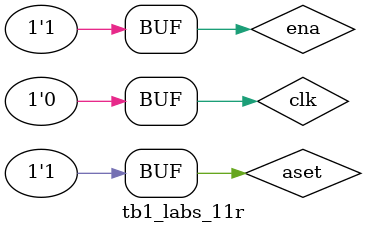
<source format=v>
`timescale 1ns/1ns
module tb1_labs_11r;

reg clk, ena, aset;
wire [3:0] cnt_qout;

r re(clk, ena, aset, cnt_qout);

initial begin
	aset = 0; ena = 0;
	#20 aset = 1;
	#20 ena = 1;
end

initial begin
	clk = 0;
	repeat(30) #5 clk = ~clk;
end

endmodule

</source>
